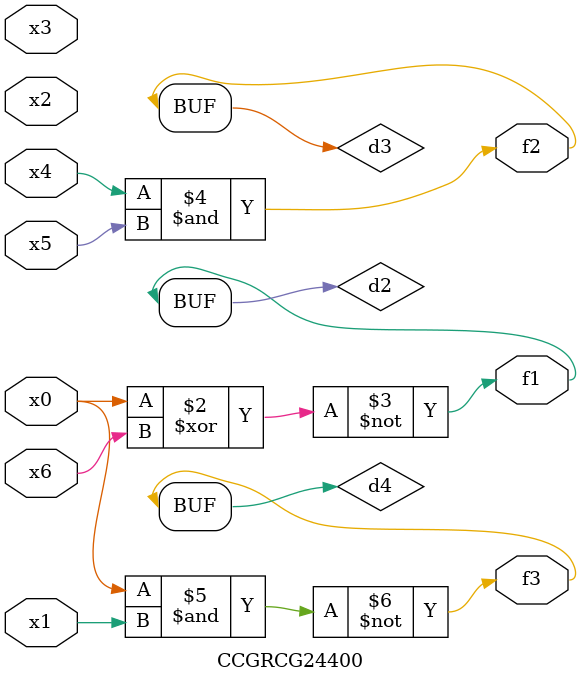
<source format=v>
module CCGRCG24400(
	input x0, x1, x2, x3, x4, x5, x6,
	output f1, f2, f3
);

	wire d1, d2, d3, d4;

	nor (d1, x0);
	xnor (d2, x0, x6);
	and (d3, x4, x5);
	nand (d4, x0, x1);
	assign f1 = d2;
	assign f2 = d3;
	assign f3 = d4;
endmodule

</source>
